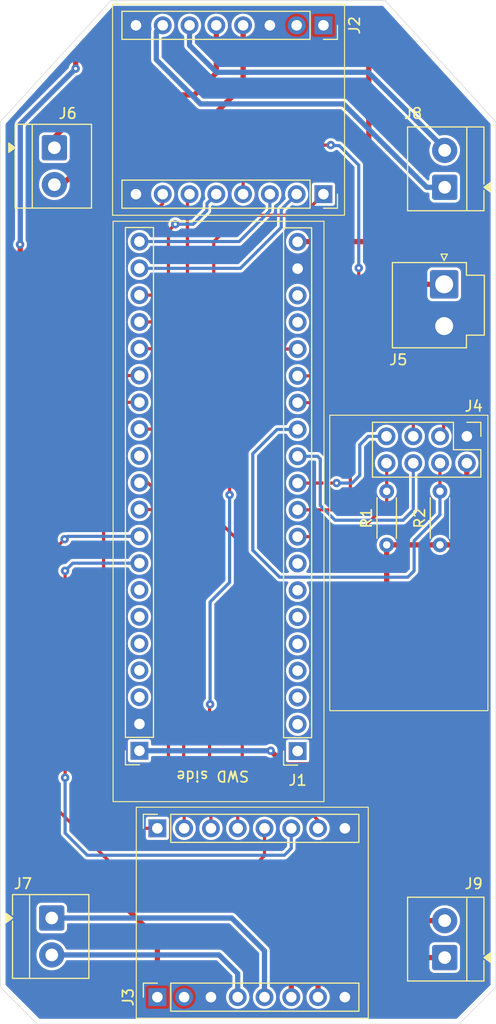
<source format=kicad_pcb>
(kicad_pcb (version 20241229) (generator "pcbnew") (generator_version "9.0")
  (layers (0 "F.Cu" signal) (2 "B.Cu" signal) (13 "F.Paste" user) (15 "B.Paste" user) (5 "F.SilkS" user "F.Silkscreen") (7 "B.SilkS" user "B.Silkscreen") (1 "F.Mask" user) (3 "B.Mask" user) (25 "Edge.Cuts" user))
  (net 0 "")
  (net 5 "/PWMA_1")
  (net 6 "GND")
  (net 7 "/BIN2_1")
  (net 8 "/STBY_1")
  (net 10 "/AIN1_2")
  (net 11 "/NRF_IRQ")
  (net 15 "/BIN1_2")
  (net 16 "+3.3V")
  (net 17 "/PWMB_2")
  (net 18 "/PWMB_1")
  (net 22 "/BIN2_2")
  (net 23 "/NRF_CE")
  (net 24 "/AIN1_1")
  (net 25 "VCC")
  (net 26 "/AIN2_2")
  (net 27 "/STBY_2")
  (net 28 "/NRF_MOSI")
  (net 29 "/PWMA_2")
  (net 30 "/SPI1_CSS")
  (net 31 "/AIN2_1")
  (net 33 "/NRF_SCK")
  (net 36 "/BIN1_1")
  (net 37 "/NRF_MISO")
  (net 38 "/BO1_1")
  (net 39 "/AO2_1")
  (net 40 "/AO1_1")
  (net 41 "/BO2_1")
  (net 42 "/BO2_2")
  (net 43 "/AO1_2")
  (net 44 "/BO1_2")
  (net 45 "/AO2_2")
  (footprint "TerminalBlock_4Ucon:TerminalBlock_4Ucon_1x02_P3.50mm_Horizontal" (layer "F.Cu") (at 106.7325 73.75 -90)
    (property "Reference" "J6" (at -3.25 -1.2675 0) (layer "F.SilkS") (effects (font (thickness 0.16))))
    (property "Value" "Screw_Terminal_01x02" (hide yes))
    (fp_line (start -2.22 3.72) (end -2.22 -3.52) (stroke (width 0.12)) (layer "F.SilkS"))
    (fp_line (start -0.3 3.72) (end -2.22 3.72) (stroke (width 0.12)) (layer "F.SilkS"))
    (fp_line (start 5.72 3.72) (end 0.3 3.72) (stroke (width 0.12)) (layer "F.SilkS"))
    (fp_line (start -2.22 2.1) (end 5.72 2.1) (stroke (width 0.12)) (layer "F.SilkS"))
    (fp_line (start -2.22 -3.52) (end 5.72 -3.52) (stroke (width 0.12)) (layer "F.SilkS"))
    (fp_line (start 5.72 -3.52) (end 5.72 3.72) (stroke (width 0.12)) (layer "F.SilkS"))
    (fp_poly (pts (xy 0 3.72) (xy 0.44 4.33) (xy -0.44 4.33)) (stroke (width 0.12)) (fill yes) (layer "F.SilkS"))
    (pad "1" thru_hole roundrect (at 0 0 270) (size 2.4 2.4) (drill 1.2) (layers "*.Cu" "*.Mask") (roundrect_rratio 0.104167) (net 39 "/AO2_1"))
    (pad "2" thru_hole circle (at 3.5 0 270) (size 2.4 2.4) (drill 1.2) (layers "*.Cu" "*.Mask") (net 40 "/AO1_1"))
  )
  (footprint "Custom_footprints:TB6612FNG" (layer "F.Cu") (at 125.5 154.25 90)
    (property "Reference" "J3" (at 0 -11.77 90) (layer "F.SilkS") (effects (font (thickness 0.16))))
    (property "Value" "Conn_02x08_Socket" (hide yes))
    (fp_line (start 17.33 -10.33) (end 17.33 -9) (stroke (width 0.12)) (layer "F.SilkS"))
    (fp_line (start 16 -10.33) (end 17.33 -10.33) (stroke (width 0.12)) (layer "F.SilkS"))
    (fp_line (start 1.33 -10.33) (end 1.33 -9) (stroke (width 0.12)) (layer "F.SilkS"))
    (fp_line (start 0 -10.33) (end 1.33 -10.33) (stroke (width 0.12)) (layer "F.SilkS"))
    (fp_line (start 17.33 -7.73) (end 17.33 10.11) (stroke (width 0.12)) (layer "F.SilkS"))
    (fp_line (start 14.67 -7.73) (end 17.33 -7.73) (stroke (width 0.12)) (layer "F.SilkS"))
    (fp_line (start 14.67 -7.73) (end 14.67 10.11) (stroke (width 0.12)) (layer "F.SilkS"))
    (fp_line (start 1.33 -7.73) (end 1.33 10.11) (stroke (width 0.12)) (layer "F.SilkS"))
    (fp_line (start -1.33 -7.73) (end 1.33 -7.73) (stroke (width 0.12)) (layer "F.SilkS"))
    (fp_line (start -1.33 -7.73) (end -1.33 10.11) (stroke (width 0.12)) (layer "F.SilkS"))
    (fp_line (start 14.67 10.11) (end 17.33 10.11) (stroke (width 0.12)) (layer "F.SilkS"))
    (fp_line (start -1.33 10.11) (end 1.33 10.11) (stroke (width 0.12)) (layer "F.SilkS"))
    (fp_rect (start -2 -11) (end 18 11) (stroke (width 0.1)) (fill no) (layer "F.SilkS"))
    (pad "1" thru_hole rect (at 0 -9 90) (size 1.7 1.7) (drill 1) (layers "*.Cu" "*.Mask") (net 25 "VCC"))
    (pad "2" thru_hole circle (at 0 -6.46 90) (size 1.7 1.7) (drill 1) (layers "*.Cu" "*.Mask") (net 25 "VCC"))
    (pad "3" thru_hole circle (at 0 -3.92 90) (size 1.7 1.7) (drill 1) (layers "*.Cu" "*.Mask") (net 6 "GND"))
    (pad "4" thru_hole circle (at 0 -1.38 90) (size 1.7 1.7) (drill 1) (layers "*.Cu" "*.Mask") (net 43 "/AO1_2"))
    (pad "5" thru_hole circle (at 0 1.16 90) (size 1.7 1.7) (drill 1) (layers "*.Cu" "*.Mask") (net 45 "/AO2_2"))
    (pad "6" thru_hole circle (at 0 3.7 90) (size 1.7 1.7) (drill 1) (layers "*.Cu" "*.Mask") (net 42 "/BO2_2"))
    (pad "7" thru_hole circle (at 0 6.24 90) (size 1.7 1.7) (drill 1) (layers "*.Cu" "*.Mask") (net 44 "/BO1_2"))
    (pad "8" thru_hole circle (at 0 8.78 90) (size 1.7 1.7) (drill 1) (layers "*.Cu" "*.Mask") (net 6 "GND"))
    (pad "9" thru_hole circle (at 16 8.78 90) (size 1.7 1.7) (drill 1) (layers "*.Cu" "*.Mask") (net 6 "GND"))
    (pad "10" thru_hole circle (at 16 6.24 90) (size 1.7 1.7) (drill 1) (layers "*.Cu" "*.Mask") (net 17 "/PWMB_2"))
    (pad "11" thru_hole circle (at 16 3.7 90) (size 1.7 1.7) (drill 1) (layers "*.Cu" "*.Mask") (net 22 "/BIN2_2"))
    (pad "12" thru_hole circle (at 16 1.16 90) (size 1.7 1.7) (drill 1) (layers "*.Cu" "*.Mask") (net 15 "/BIN1_2"))
    (pad "13" thru_hole circle (at 16 -1.38 90) (size 1.7 1.7) (drill 1) (layers "*.Cu" "*.Mask") (net 27 "/STBY_2"))
    (pad "14" thru_hole circle (at 16 -3.92 90) (size 1.7 1.7) (drill 1) (layers "*.Cu" "*.Mask") (net 10 "/AIN1_2"))
    (pad "15" thru_hole circle (at 16 -6.46 90) (size 1.7 1.7) (drill 1) (layers "*.Cu" "*.Mask") (net 26 "/AIN2_2"))
    (pad "16" thru_hole rect (at 16 -9 90) (size 1.7 1.7) (drill 1) (layers "*.Cu" "*.Mask") (net 29 "/PWMA_2"))
  )
  (footprint "Resistor_THT:R_Axial_DIN0204_L3.6mm_D1.6mm_P5.08mm_Horizontal" (layer "F.Cu") (at 138.25 111.39 90)
    (property "Reference" "R1" (at 2.54 -1.92 90) (layer "F.SilkS") (effects (font (thickness 0.16))))
    (property "Value" "R")
    (fp_line (start 0.62 -0.92) (end 4.46 -0.92) (stroke (width 0.12)) (layer "F.SilkS"))
    (fp_line (start 0.62 0.92) (end 4.46 0.92) (stroke (width 0.12)) (layer "F.SilkS"))
    (pad "1" thru_hole circle (at 0 0 90) (size 1.4 1.4) (drill 0.7) (layers "*.Cu" "*.Mask") (net 16 "+3.3V"))
    (pad "2" thru_hole circle (at 5.08 0 90) (size 1.4 1.4) (drill 0.7) (layers "*.Cu" "*.Mask") (net 11 "/NRF_IRQ"))
  )
  (footprint "Custom_footprints:TB6612FNG" (layer "F.Cu") (at 123.25 62.15 -90)
    (property "Reference" "J2" (at 0 -11.95 90) (layer "F.SilkS") (effects (font (thickness 0.16))))
    (property "Value" "Conn_02x08_Socket" (hide yes))
    (fp_line (start -1.33 10.11) (end 1.33 10.11) (stroke (width 0.12)) (layer "F.SilkS"))
    (fp_line (start 14.67 10.11) (end 17.33 10.11) (stroke (width 0.12)) (layer "F.SilkS"))
    (fp_line (start -1.33 -7.73) (end -1.33 10.11) (stroke (width 0.12)) (layer "F.SilkS"))
    (fp_line (start -1.33 -7.73) (end 1.33 -7.73) (stroke (width 0.12)) (layer "F.SilkS"))
    (fp_line (start 1.33 -7.73) (end 1.33 10.11) (stroke (width 0.12)) (layer "F.SilkS"))
    (fp_line (start 14.67 -7.73) (end 14.67 10.11) (stroke (width 0.12)) (layer "F.SilkS"))
    (fp_line (start 14.67 -7.73) (end 17.33 -7.73) (stroke (width 0.12)) (layer "F.SilkS"))
    (fp_line (start 17.33 -7.73) (end 17.33 10.11) (stroke (width 0.12)) (layer "F.SilkS"))
    (fp_line (start 0 -10.33) (end 1.33 -10.33) (stroke (width 0.12)) (layer "F.SilkS"))
    (fp_line (start 1.33 -10.33) (end 1.33 -9) (stroke (width 0.12)) (layer "F.SilkS"))
    (fp_line (start 16 -10.33) (end 17.33 -10.33) (stroke (width 0.12)) (layer "F.SilkS"))
    (fp_line (start 17.33 -10.33) (end 17.33 -9) (stroke (width 0.12)) (layer "F.SilkS"))
    (fp_rect (start -2 -11) (end 18 11) (stroke (width 0.1)) (fill no) (layer "F.SilkS"))
    (pad "1" thru_hole rect (at 0 -9 270) (size 1.7 1.7) (drill 1) (layers "*.Cu" "*.Mask") (net 25 "VCC"))
    (pad "2" thru_hole circle (at 0 -6.46 270) (size 1.7 1.7) (drill 1) (layers "*.Cu" "*.Mask") (net 25 "VCC"))
    (pad "3" thru_hole circle (at 0 -3.92 270) (size 1.7 1.7) (drill 1) (layers "*.Cu" "*.Mask") (net 6 "GND"))
    (pad "4" thru_hole circle (at 0 -1.38 270) (size 1.7 1.7) (drill 1) (layers "*.Cu" "*.Mask") (net 40 "/AO1_1"))
    (pad "5" thru_hole circle (at 0 1.16 270) (size 1.7 1.7) (drill 1) (layers "*.Cu" "*.Mask") (net 39 "/AO2_1"))
    (pad "6" thru_hole circle (at 0 3.7 270) (size 1.7 1.7) (drill 1) (layers "*.Cu" "*.Mask") (net 41 "/BO2_1"))
    (pad "7" thru_hole circle (at 0 6.24 270) (size 1.7 1.7) (drill 1) (layers "*.Cu" "*.Mask") (net 38 "/BO1_1"))
    (pad "8" thru_hole circle (at 0 8.78 270) (size 1.7 1.7) (drill 1) (layers "*.Cu" "*.Mask") (net 6 "GND"))
    (pad "9" thru_hole circle (at 16 8.78 270) (size 1.7 1.7) (drill 1) (layers "*.Cu" "*.Mask") (net 6 "GND"))
    (pad "10" thru_hole circle (at 16 6.24 270) (size 1.7 1.7) (drill 1) (layers "*.Cu" "*.Mask") (net 18 "/PWMB_1"))
    (pad "11" thru_hole circle (at 16 3.7 270) (size 1.7 1.7) (drill 1) (layers "*.Cu" "*.Mask") (net 7 "/BIN2_1"))
    (pad "12" thru_hole circle (at 16 1.16 270) (size 1.7 1.7) (drill 1) (layers "*.Cu" "*.Mask") (net 36 "/BIN1_1"))
    (pad "13" thru_hole circle (at 16 -1.38 270) (size 1.7 1.7) (drill 1) (layers "*.Cu" "*.Mask") (net 8 "/STBY_1"))
    (pad "14" thru_hole circle (at 16 -3.92 270) (size 1.7 1.7) (drill 1) (layers "*.Cu" "*.Mask") (net 24 "/AIN1_1"))
    (pad "15" thru_hole circle (at 16 -6.46 270) (size 1.7 1.7) (drill 1) (layers "*.Cu" "*.Mask") (net 31 "/AIN2_1"))
    (pad "16" thru_hole rect (at 16 -9 270) (size 1.7 1.7) (drill 1) (layers "*.Cu" "*.Mask") (net 5 "/PWMA_1"))
  )
  (footprint "Custom_footprints:Bluepill" (layer "F.Cu") (at 129.8 106.72 180)
    (property "Reference" "J1" (at 0 -26.98 0) (layer "F.SilkS") (effects (font (thickness 0.16))))
    (property "Value" "Conn_02x20_Socket" (hide yes))
    (fp_line (start 16.33 -22.91) (end 16.33 25.41) (stroke (width 0.12)) (layer "F.SilkS"))
    (fp_line (start 16.33 -25.51) (end 16.33 -24.18) (stroke (width 0.12)) (layer "F.SilkS"))
    (fp_line (start 15 -25.51) (end 16.33 -25.51) (stroke (width 0.12)) (layer "F.SilkS"))
    (fp_line (start 13.67 25.41) (end 16.33 25.41) (stroke (width 0.12)) (layer "F.SilkS"))
    (fp_line (start 13.67 -22.91) (end 16.33 -22.91) (stroke (width 0.12)) (layer "F.SilkS"))
    (fp_line (start 13.67 -22.91) (end 13.67 25.41) (stroke (width 0.12)) (layer "F.SilkS"))
    (fp_line (start 1.33 -22.94) (end 1.33 25.38) (stroke (width 0.12)) (layer "F.SilkS"))
    (fp_line (start 1.33 -25.54) (end 1.33 -24.21) (stroke (width 0.12)) (layer "F.SilkS"))
    (fp_line (start 0 -25.54) (end 1.33 -25.54) (stroke (width 0.12)) (layer "F.SilkS"))
    (fp_line (start -1.33 25.38) (end 1.33 25.38) (stroke (width 0.12)) (layer "F.SilkS"))
    (fp_line (start -1.33 -22.94) (end 1.33 -22.94) (stroke (width 0.12)) (layer "F.SilkS"))
    (fp_line (start -1.33 -22.94) (end -1.33 25.38) (stroke (width 0.12)) (layer "F.SilkS"))
    (fp_rect (start -2.5 -29) (end 17.5 26) (stroke (width 0.1)) (fill no) (layer "F.SilkS"))
    (fp_text user "SWD side" (at 4.5 -26 180) (layer "F.SilkS") (effects (font (thickness 0.16)) (justify left bottom)))
    (pad "1" thru_hole rect (at 0 -24.21 180) (size 1.7 1.7) (drill 1) (layers "*.Cu" "*.Mask"))
    (pad "2" thru_hole circle (at 0 -21.67 180) (size 1.7 1.7) (drill 1) (layers "*.Cu" "*.Mask"))
    (pad "3" thru_hole circle (at 0 -19.13 180) (size 1.7 1.7) (drill 1) (layers "*.Cu" "*.Mask"))
    (pad "4" thru_hole circle (at 0 -16.59 180) (size 1.7 1.7) (drill 1) (layers "*.Cu" "*.Mask"))
    (pad "5" thru_hole circle (at 0 -14.05 180) (size 1.7 1.7) (drill 1) (layers "*.Cu" "*.Mask"))
    (pad "6" thru_hole circle (at 0 -11.51 180) (size 1.7 1.7) (drill 1) (layers "*.Cu" "*.Mask"))
    (pad "7" thru_hole circle (at 0 -8.97 180) (size 1.7 1.7) (drill 1) (layers "*.Cu" "*.Mask"))
    (pad "8" thru_hole circle (at 0 -6.43 180) (size 1.7 1.7) (drill 1) (layers "*.Cu" "*.Mask"))
    (pad "9" thru_hole circle (at 0 -3.89 180) (size 1.7 1.7) (drill 1) (layers "*.Cu" "*.Mask") (net 11 "/NRF_IRQ"))
    (pad "10" thru_hole circle (at 0 -1.35 180) (size 1.7 1.7) (drill 1) (layers "*.Cu" "*.Mask") (net 33 "/NRF_SCK"))
    (pad "11" thru_hole circle (at 0 1.19 180) (size 1.7 1.7) (drill 1) (layers "*.Cu" "*.Mask") (net 37 "/NRF_MISO"))
    (pad "12" thru_hole circle (at 0 3.73 180) (size 1.7 1.7) (drill 1) (layers "*.Cu" "*.Mask") (net 28 "/NRF_MOSI"))
    (pad "13" thru_hole circle (at 0 6.27 180) (size 1.7 1.7) (drill 1) (layers "*.Cu" "*.Mask") (net 30 "/SPI1_CSS"))
    (pad "14" thru_hole circle (at 0 8.81 180) (size 1.7 1.7) (drill 1) (layers "*.Cu" "*.Mask") (net 23 "/NRF_CE"))
    (pad "15" thru_hole circle (at 0 11.35 180) (size 1.7 1.7) (drill 1) (layers "*.Cu" "*.Mask") (net 8 "/STBY_1"))
    (pad "16" thru_hole circle (at 0 13.89 180) (size 1.7 1.7) (drill 1) (layers "*.Cu" "*.Mask") (net 27 "/STBY_2"))
    (pad "17" thru_hole circle (at 0 16.43 180) (size 1.7 1.7) (drill 1) (layers "*.Cu" "*.Mask"))
    (pad "18" thru_hole circle (at 0 18.97 180) (size 1.7 1.7) (drill 1) (layers "*.Cu" "*.Mask"))
    (pad "19" thru_hole circle (at 0 21.51 180) (size 1.7 1.7) (drill 1) (layers "*.Cu" "*.Mask") (net 6 "GND"))
    (pad "20" thru_hole circle (at 0 24.05 180) (size 1.7 1.7) (drill 1) (layers "*.Cu" "*.Mask") (net 25 "VCC"))
    (pad "21" thru_hole circle (at 15 24.08 180) (size 1.7 1.7) (drill 1) (layers "*.Cu" "*.Mask") (net 24 "/AIN1_1"))
    (pad "22" thru_hole circle (at 15 21.54 180) (size 1.7 1.7) (drill 1) (layers "*.Cu" "*.Mask") (net 31 "/AIN2_1"))
    (pad "23" thru_hole circle (at 15 19 180) (size 1.7 1.7) (drill 1) (layers "*.Cu" "*.Mask") (net 36 "/BIN1_1"))
    (pad "24" thru_hole circle (at 15 16.46 180) (size 1.7 1.7) (drill 1) (layers "*.Cu" "*.Mask") (net 7 "/BIN2_1"))
    (pad "25" thru_hole circle (at 15 13.92 180) (size 1.7 1.7) (drill 1) (layers "*.Cu" "*.Mask") (net 5 "/PWMA_1"))
    (pad "26" thru_hole circle (at 15 11.38 180) (size 1.7 1.7) (drill 1) (layers "*.Cu" "*.Mask") (net 18 "/PWMB_1"))
    (pad "27" thru_hole circle (at 15 8.84 180) (size 1.7 1.7) (drill 1) (layers "*.Cu" "*.Mask") (net 29 "/PWMA_2"))
    (pad "28" thru_hole circle (at 15 6.3 180) (size 1.7 1.7) (drill 1) (layers "*.Cu" "*.Mask") (net 17 "/PWMB_2"))
    (pad "29" thru_hole circle (at 15 3.76 180) (size 1.7 1.7) (drill 1) (layers "*.Cu" "*.Mask"))
    (pad "30" thru_hole circle (at 15 1.22 180) (size 1.7 1.7) (drill 1) (layers "*.Cu" "*.Mask") (net 10 "/AIN1_2"))
    (pad "31" thru_hole circle (at 15 -1.32 180) (size 1.7 1.7) (drill 1) (layers "*.Cu" "*.Mask") (net 26 "/AIN2_2"))
    (pad "32" thru_hole circle (at 15 -3.86 180) (size 1.7 1.7) (drill 1) (layers "*.Cu" "*.Mask") (net 15 "/BIN1_2"))
    (pad "33" thru_hole circle (at 15 -6.4 180) (size 1.7 1.7) (drill 1) (layers "*.Cu" "*.Mask") (net 22 "/BIN2_2"))
    (pad "34" thru_hole circle (at 15 -8.94 180) (size 1.7 1.7) (drill 1) (layers "*.Cu" "*.Mask"))
    (pad "35" thru_hole circle (at 15 -11.48 180) (size 1.7 1.7) (drill 1) (layers "*.Cu" "*.Mask"))
    (pad "36" thru_hole circle (at 15 -14.02 180) (size 1.7 1.7) (drill 1) (layers "*.Cu" "*.Mask"))
    (pad "37" thru_hole circle (at 15 -16.56 180) (size 1.7 1.7) (drill 1) (layers "*.Cu" "*.Mask"))
    (pad "38" thru_hole circle (at 15 -19.1 180) (size 1.7 1.7) (drill 1) (layers "*.Cu" "*.Mask"))
    (pad "39" thru_hole circle (at 15 -21.64 180) (size 1.7 1.7) (drill 1) (layers "*.Cu" "*.Mask") (net 6 "GND"))
    (pad "40" thru_hole rect (at 15 -24.18 180) (size 1.7 1.7) (drill 1) (layers "*.Cu" "*.Mask") (net 16 "+3.3V"))
  )
  (footprint "Resistor_THT:R_Axial_DIN0204_L3.6mm_D1.6mm_P5.08mm_Horizontal" (layer "F.Cu") (at 143.3 111.39 90)
    (property "Reference" "R2" (at 2.54 -1.92 90) (layer "F.SilkS") (effects (font (thickness 0.16))))
    (property "Value" "R")
    (fp_line (start 0.62 -0.92) (end 4.46 -0.92) (stroke (width 0.12)) (layer "F.SilkS"))
    (fp_line (start 0.62 0.92) (end 4.46 0.92) (stroke (width 0.12)) (layer "F.SilkS"))
    (pad "1" thru_hole circle (at 0 0 90) (size 1.4 1.4) (drill 0.7) (layers "*.Cu" "*.Mask") (net 16 "+3.3V"))
    (pad "2" thru_hole circle (at 5.08 0 90) (size 1.4 1.4) (drill 0.7) (layers "*.Cu" "*.Mask") (net 30 "/SPI1_CSS"))
  )
  (footprint "Connector_JST:JST_VH_B2P-VH_1x02_P3.96mm_Vertical" (layer "F.Cu") (at 143.7 86.6925 -90)
    (property "Reference" "J5" (at 7.1575 4.35 0) (layer "F.SilkS") (effects (font (thickness 0.16))))
    (property "Value" "Conn_01x02_Pin" (hide yes))
    (fp_line (start -2.06 4.91) (end -2.06 -2.11) (stroke (width 0.12)) (layer "F.SilkS"))
    (fp_line (start 6.02 4.91) (end -2.06 4.91) (stroke (width 0.12)) (layer "F.SilkS"))
    (fp_line (start -2.86 0.3) (end -2.86 -0.3) (stroke (width 0.12)) (layer "F.SilkS"))
    (fp_line (start -2.26 0) (end -2.86 0.3) (stroke (width 0.12)) (layer "F.SilkS"))
    (fp_line (start -2.86 -0.3) (end -2.26 0) (stroke (width 0.12)) (layer "F.SilkS"))
    (fp_line (start -2.06 -2.11) (end -0.86 -2.11) (stroke (width 0.12)) (layer "F.SilkS"))
    (fp_line (start -0.86 -2.11) (end -0.86 -3.81) (stroke (width 0.12)) (layer "F.SilkS"))
    (fp_line (start 4.82 -2.11) (end 6.02 -2.11) (stroke (width 0.12)) (layer "F.SilkS"))
    (fp_line (start 6.02 -2.11) (end 6.02 4.91) (stroke (width 0.12)) (layer "F.SilkS"))
    (fp_line (start -0.86 -3.81) (end 4.82 -3.81) (stroke (width 0.12)) (layer "F.SilkS"))
    (fp_line (start 4.82 -3.81) (end 4.82 -2.11) (stroke (width 0.12)) (layer "F.SilkS"))
    (pad "1" thru_hole roundrect (at 0 0 270) (size 2.7 2.7) (drill 1.7) (layers "*.Cu" "*.Mask") (roundrect_rratio 0.092593) (net 25 "VCC"))
    (pad "2" thru_hole circle (at 3.96 0 270) (size 2.7 2.7) (drill 1.7) (layers "*.Cu" "*.Mask") (net 6 "GND"))
  )
  (footprint "TerminalBlock_4Ucon:TerminalBlock_4Ucon_1x02_P3.50mm_Horizontal" (layer "F.Cu") (at 143.75 150.5 90)
    (property "Reference" "J9" (at 7 2.75 0) (layer "F.SilkS") (effects (font (thickness 0.16))))
    (property "Value" "Screw_Terminal_01x02" (hide yes))
    (fp_line (start 5.72 -3.52) (end 5.72 3.72) (stroke (width 0.12)) (layer "F.SilkS"))
    (fp_line (start -2.22 -3.52) (end 5.72 -3.52) (stroke (width 0.12)) (layer "F.SilkS"))
    (fp_line (start -2.22 2.1) (end 5.72 2.1) (stroke (width 0.12)) (layer "F.SilkS"))
    (fp_line (start 5.72 3.72) (end 0.3 3.72) (stroke (width 0.12)) (layer "F.SilkS"))
    (fp_line (start -0.3 3.72) (end -2.22 3.72) (stroke (width 0.12)) (layer "F.SilkS"))
    (fp_line (start -2.22 3.72) (end -2.22 -3.52) (stroke (width 0.12)) (layer "F.SilkS"))
    (fp_poly (pts (xy 0 3.72) (xy 0.44 4.33) (xy -0.44 4.33)) (stroke (width 0.12)) (fill yes) (layer "F.SilkS"))
    (pad "1" thru_hole roundrect (at 0 0 90) (size 2.4 2.4) (drill 1.2) (layers "*.Cu" "*.Mask") (roundrect_rratio 0.104167) (net 44 "/BO1_2"))
    (pad "2" thru_hole circle (at 3.5 0 90) (size 2.4 2.4) (drill 1.2) (layers "*.Cu" "*.Mask") (net 42 "/BO2_2"))
  )
  (footprint "TerminalBlock_4Ucon:TerminalBlock_4Ucon_1x02_P3.50mm_Horizontal" (layer "F.Cu") (at 106.4825 146.75 -90)
    (property "Reference" "J7" (at -3.25 2.7325 0) (layer "F.SilkS") (effects (font (thickness 0.16))))
    (property "Value" "Screw_Terminal_01x02" (hide yes))
    (fp_line (start -2.22 3.72) (end -2.22 -3.52) (stroke (width 0.12)) (layer "F.SilkS"))
    (fp_line (start -0.3 3.72) (end -2.22 3.72) (stroke (width 0.12)) (layer "F.SilkS"))
    (fp_line (start 5.72 3.72) (end 0.3 3.72) (stroke (width 0.12)) (layer "F.SilkS"))
    (fp_line (start -2.22 2.1) (end 5.72 2.1) (stroke (width 0.12)) (layer "F.SilkS"))
    (fp_line (start -2.22 -3.52) (end 5.72 -3.52) (stroke (width 0.12)) (layer "F.SilkS"))
    (fp_line (start 5.72 -3.52) (end 5.72 3.72) (stroke (width 0.12)) (layer "F.SilkS"))
    (fp_poly (pts (xy 0 3.72) (xy 0.44 4.33) (xy -0.44 4.33)) (stroke (width 0.12)) (fill yes) (layer "F.SilkS"))
    (pad "1" thru_hole roundrect (at 0 0 270) (size 2.4 2.4) (drill 1.2) (layers "*.Cu" "*.Mask") (roundrect_rratio 0.104167) (net 45 "/AO2_2"))
    (pad "2" thru_hole circle (at 3.5 0 270) (size 2.4 2.4) (drill 1.2) (layers "*.Cu" "*.Mask") (net 43 "/AO1_2"))
  )
  (footprint "TerminalBlock_4Ucon:TerminalBlock_4Ucon_1x02_P3.50mm_Horizontal" (layer "F.Cu") (at 143.75 77.5 90)
    (property "Reference" "J8" (at 7 -3 0) (layer "F.SilkS") (effects (font (thickness 0.16))))
    (property "Value" "Screw_Terminal_01x02" (hide yes))
    (fp_line (start 5.72 -3.52) (end 5.72 3.72) (stroke (width 0.12)) (layer "F.SilkS"))
    (fp_line (start -2.22 -3.52) (end 5.72 -3.52) (stroke (width 0.12)) (layer "F.SilkS"))
    (fp_line (start -2.22 2.1) (end 5.72 2.1) (stroke (width 0.12)) (layer "F.SilkS"))
    (fp_line (start 5.72 3.72) (end 0.3 3.72) (stroke (width 0.12)) (layer "F.SilkS"))
    (fp_line (start -0.3 3.72) (end -2.22 3.72) (stroke (width 0.12)) (layer "F.SilkS"))
    (fp_line (start -2.22 3.72) (end -2.22 -3.52) (stroke (width 0.12)) (layer "F.SilkS"))
    (fp_poly (pts (xy 0 3.72) (xy 0.44 4.33) (xy -0.44 4.33)) (stroke (width 0.12)) (fill yes) (layer "F.SilkS"))
    (pad "1" thru_hole roundrect (at 0 0 90) (size 2.4 2.4) (drill 1.2) (layers "*.Cu" "*.Mask") (roundrect_rratio 0.104167) (net 38 "/BO1_1"))
    (pad "2" thru_hole circle (at 3.5 0 90) (size 2.4 2.4) (drill 1.2) (layers "*.Cu" "*.Mask") (net 41 "/BO2_1"))
  )
  (footprint "Custom_footprints:NRF24L01" (layer "F.Cu") (at 145.85 104.1 -90)
    (property "Reference" "J4" (at -5.85 -0.65 180) (layer "F.SilkS") (effects (font (thickness 0.16))))
    (property "Value" "Conn_01x04_Socket" (hide yes))
    (fp_line (start 0.87 8.95) (end -4.33 8.95) (stroke (width 0.12)) (layer "F.SilkS"))
    (fp_line (start -4.33 1.27) (end -4.33 8.95) (stroke (width 0.12)) (layer "F.SilkS"))
    (fp_line (start -1.73 1.27) (end -4.33 1.27) (stroke (width 0.12)) (layer "F.SilkS"))
    (fp_line (start -4.33 -1.33) (end -4.33 0) (stroke (width 0.12)) (layer "F.SilkS"))
    (fp_line (start -3 -1.33) (end -4.33 -1.33) (stroke (width 0.12)) (layer "F.SilkS"))
    (fp_line (start -1.73 -1.33) (end -1.73 1.27) (stroke (width 0.12)) (layer "F.SilkS"))
    (fp_line (start 0.87 -1.33) (end 0.87 8.95) (stroke (width 0.12)) (layer "F.SilkS"))
    (fp_line (start 0.87 -1.33) (end -1.73 -1.33) (stroke (width 0.12)) (layer "F.SilkS"))
    (fp_rect (start -5 -2) (end 23 13) (stroke (width 0.1)) (fill no) (layer "F.SilkS"))
    (pad "1" thru_hole rect (at -3 0 270) (size 1.7 1.7) (drill 1) (layers "*.Cu" "*.Mask") (net 6 "GND"))
    (pad "2" thru_hole circle (at -3 2.54 270) (size 1.7 1.7) (drill 1) (layers "*.Cu" "*.Mask") (net 23 "/NRF_CE"))
    (pad "3" thru_hole circle (at -3 5.08 270) (size 1.7 1.7) (drill 1) (layers "*.Cu" "*.Mask") (net 33 "/NRF_SCK"))
    (pad "4" thru_hole circle (at -3 7.62 270) (size 1.7 1.7) (drill 1) (layers "*.Cu" "*.Mask") (net 37 "/NRF_MISO"))
    (pad "5" thru_hole circle (at -0.46 7.62 270) (size 1.7 1.7) (drill 1) (layers "*.Cu" "*.Mask") (net 11 "/NRF_IRQ"))
    (pad "6" thru_hole circle (at -0.46 5.08 270) (size 1.7 1.7) (drill 1) (layers "*.Cu" "*.Mask") (net 28 "/NRF_MOSI"))
    (pad "7" thru_hole circle (at -0.46 2.54 270) (size 1.7 1.7) (drill 1) (layers "*.Cu" "*.Mask") (net 30 "/SPI1_CSS"))
    (pad "8" thru_hole circle (at -0.46 0 270) (size 1.7 1.7) (drill 1) (layers "*.Cu" "*.Mask") (net 16 "+3.3V"))
  )
  (gr_line (start 138.1 59.8) (end 148.6 71.3) (stroke (width 0.05)) (layer "Edge.Cuts"))
  (gr_line (start 105.1 156.8) (end 101.6 153.3) (stroke (width 0.05)) (layer "Edge.Cuts"))
  (gr_line (start 101.6 153.3) (end 101.6 71.3) (stroke (width 0.05)) (layer "Edge.Cuts"))
  (gr_line (start 148.6 153.3) (end 145.1 156.8) (stroke (width 0.05)) (layer "Edge.Cuts"))
  (gr_line (start 112.1 59.8) (end 138.1 59.8) (stroke (width 0.05)) (layer "Edge.Cuts"))
  (gr_line (start 101.6 71.3) (end 112.1 59.8) (stroke (width 0.05)) (layer "Edge.Cuts"))
  (gr_line (start 145.1 156.8) (end 105.1 156.8) (stroke (width 0.05)) (layer "Edge.Cuts"))
  (gr_line (start 148.6 71.3) (end 148.6 153.3) (stroke (width 0.05)) (layer "Edge.Cuts"))
  (segment (start 114.8 92.8) (end 119.3 92.8) (width 0.3) (layer "F.Cu") (net 5))
  (segment (start 121.85 82.65) (end 124.35 80.15) (width 0.3) (layer "F.Cu") (net 5))
  (segment (start 130.25 80.15) (end 132.25 78.15) (width 0.3) (layer "F.Cu") (net 5))
  (segment (start 119.3 92.8) (end 121.85 90.25) (width 0.3) (layer "F.Cu") (net 5))
  (segment (start 121.85 90.25) (end 121.85 82.65) (width 0.3) (layer "F.Cu") (net 5))
  (segment (start 124.35 80.15) (end 130.25 80.15) (width 0.3) (layer "F.Cu") (net 5))
  (segment (start 114.8 90.26) (end 117.89 90.26) (width 0.3) (layer "F.Cu") (net 7))
  (segment (start 119.35 88.8) (end 119.35 78.35) (width 0.3) (layer "F.Cu") (net 7))
  (segment (start 117.89 90.26) (end 119.35 88.8) (width 0.3) (layer "F.Cu") (net 7))
  (segment (start 119.35 78.35) (end 119.55 78.15) (width 0.3) (layer "F.Cu") (net 7))
  (segment (start 135.6 91) (end 131.23 95.37) (width 0.3) (layer "F.Cu") (net 8))
  (segment (start 131.23 95.37) (end 129.8 95.37) (width 0.3) (layer "F.Cu") (net 8))
  (segment (start 126.25 73.5) (end 124.63 75.12) (width 0.3) (layer "F.Cu") (net 8))
  (segment (start 124.63 75.12) (end 124.63 78.15) (width 0.3) (layer "F.Cu") (net 8))
  (segment (start 132.95 73.5) (end 126.25 73.5) (width 0.3) (layer "F.Cu") (net 8))
  (segment (start 135.6 85.15) (end 135.6 91) (width 0.3) (layer "F.Cu") (net 8))
  (via (at 132.95 73.5) (size 0.8) (drill 0.3) (layers "F.Cu" "B.Cu") (net 8))
  (via (at 135.6 85.15) (size 0.8) (drill 0.3) (layers "F.Cu" "B.Cu") (net 8))
  (segment (start 135.6 75.4) (end 135.6 85.15) (width 0.3) (layer "B.Cu") (net 8))
  (segment (start 132.95 73.5) (end 133 73.55) (width 0.3) (layer "B.Cu") (net 8))
  (segment (start 133.75 73.55) (end 135.6 75.4) (width 0.3) (layer "B.Cu") (net 8))
  (segment (start 133 73.55) (end 133.75 73.55) (width 0.3) (layer "B.Cu") (net 8))
  (segment (start 115.6 105.5) (end 119 108.9) (width 0.3) (layer "F.Cu") (net 10))
  (segment (start 119 133.5) (end 121.58 136.08) (width 0.3) (layer "F.Cu") (net 10))
  (segment (start 119 108.9) (end 119 133.5) (width 0.3) (layer "F.Cu") (net 10))
  (segment (start 114.8 105.5) (end 115.6 105.5) (width 0.3) (layer "F.Cu") (net 10))
  (segment (start 121.58 136.08) (end 121.58 138.25) (width 0.3) (layer "F.Cu") (net 10))
  (segment (start 135.19 110.61) (end 138.25 107.55) (width 0.3) (layer "F.Cu") (net 11))
  (segment (start 138.25 106.31) (end 138.25 103.66) (width 0.3) (layer "F.Cu") (net 11))
  (segment (start 138.25 107.55) (end 138.25 106.31) (width 0.3) (layer "F.Cu") (net 11))
  (segment (start 138.25 103.66) (end 138.23 103.64) (width 0.3) (layer "F.Cu") (net 11))
  (segment (start 129.8 110.61) (end 135.19 110.61) (width 0.3) (layer "F.Cu") (net 11))
  (segment (start 106.1 135.55) (end 111.95 141.4) (width 0.3) (layer "F.Cu") (net 15))
  (segment (start 106.1 112.45) (end 106.1 135.55) (width 0.3) (layer "F.Cu") (net 15))
  (segment (start 111.95 141.4) (end 126.1 141.4) (width 0.3) (layer "F.Cu") (net 15))
  (segment (start 107.7 110.85) (end 106.1 112.45) (width 0.3) (layer "F.Cu") (net 15))
  (segment (start 126.1 141.4) (end 126.66 140.84) (width 0.3) (layer "F.Cu") (net 15))
  (segment (start 126.66 140.84) (end 126.66 138.25) (width 0.3) (layer "F.Cu") (net 15))
  (via (at 107.7 110.85) (size 0.8) (drill 0.3) (layers "F.Cu" "B.Cu") (net 15))
  (segment (start 107.7 110.85) (end 107.97 110.58) (width 0.3) (layer "B.Cu") (net 15))
  (segment (start 107.97 110.58) (end 114.8 110.58) (width 0.3) (layer "B.Cu") (net 15))
  (segment (start 128.581 132.231) (end 131.101 132.231) (width 0.5) (layer "F.Cu") (net 16))
  (segment (start 143.3 111.39) (end 145.26 111.39) (width 0.5) (layer "F.Cu") (net 16))
  (segment (start 138.25 125.082) (end 138.25 111.39) (width 0.5) (layer "F.Cu") (net 16))
  (segment (start 131.101 132.231) (end 138.25 125.082) (width 0.5) (layer "F.Cu") (net 16))
  (segment (start 127.25 130.9) (end 128.581 132.231) (width 0.5) (layer "F.Cu") (net 16))
  (segment (start 145.26 111.39) (end 145.85 110.8) (width 0.5) (layer "F.Cu") (net 16))
  (segment (start 138.25 111.39) (end 143.3 111.39) (width 0.5) (layer "F.Cu") (net 16))
  (segment (start 145.85 110.8) (end 145.85 103.64) (width 0.5) (layer "F.Cu") (net 16))
  (via (at 127.25 130.9) (size 0.8) (drill 0.3) (layers "F.Cu" "B.Cu") (net 16))
  (segment (start 114.8 130.9) (end 127.25 130.9) (width 0.5) (layer "B.Cu") (net 16))
  (segment (start 120.65 107.45) (end 120.65 101.05) (width 0.3) (layer "F.Cu") (net 17))
  (segment (start 124.55 132.35) (end 124.55 111.35) (width 0.3) (layer "F.Cu") (net 17))
  (segment (start 127.2 135) (end 124.55 132.35) (width 0.3) (layer "F.Cu") (net 17))
  (segment (start 120.02 100.42) (end 114.8 100.42) (width 0.3) (layer "F.Cu") (net 17))
  (segment (start 129.25 135) (end 127.2 135) (width 0.3) (layer "F.Cu") (net 17))
  (segment (start 131.74 137.49) (end 129.25 135) (width 0.3) (layer "F.Cu") (net 17))
  (segment (start 131.74 138.25) (end 131.74 137.49) (width 0.3) (layer "F.Cu") (net 17))
  (segment (start 124.55 111.35) (end 120.65 107.45) (width 0.3) (layer "F.Cu") (net 17))
  (segment (start 120.65 101.05) (end 120.02 100.42) (width 0.3) (layer "F.Cu") (net 17))
  (segment (start 116 80.05) (end 117.01 79.04) (width 0.3) (layer "F.Cu") (net 18))
  (segment (start 111.4 94.95) (end 111.4 81.5) (width 0.3) (layer "F.Cu") (net 18))
  (segment (start 111.4 81.5) (end 112.85 80.05) (width 0.3) (layer "F.Cu") (net 18))
  (segment (start 117.01 79.04) (end 117.01 78.15) (width 0.3) (layer "F.Cu") (net 18))
  (segment (start 112.85 80.05) (end 116 80.05) (width 0.3) (layer "F.Cu") (net 18))
  (segment (start 114.8 95.34) (end 111.79 95.34) (width 0.3) (layer "F.Cu") (net 18))
  (segment (start 111.79 95.34) (end 111.4 94.95) (width 0.3) (layer "F.Cu") (net 18))
  (segment (start 107.75 113.85) (end 107.75 133.45) (width 0.3) (layer "F.Cu") (net 22))
  (via (at 107.75 133.45) (size 0.8) (drill 0.3) (layers "F.Cu" "B.Cu") (net 22))
  (via (at 107.75 113.85) (size 0.8) (drill 0.3) (layers "F.Cu" "B.Cu") (net 22))
  (segment (start 107.75 133.45) (end 107.75 138.7) (width 0.3) (layer "B.Cu") (net 22))
  (segment (start 114.8 113.12) (end 108.48 113.12) (width 0.3) (layer "B.Cu") (net 22))
  (segment (start 128.55 140.8) (end 129.2 140.15) (width 0.3) (layer "B.Cu") (net 22))
  (segment (start 108.48 113.12) (end 107.75 113.85) (width 0.3) (layer "B.Cu") (net 22))
  (segment (start 129.2 140.15) (end 129.2 138.25) (width 0.3) (layer "B.Cu") (net 22))
  (segment (start 109.85 140.8) (end 128.55 140.8) (width 0.3) (layer "B.Cu") (net 22))
  (segment (start 107.75 138.7) (end 109.85 140.8) (width 0.3) (layer "B.Cu") (net 22))
  (segment (start 143.65 96.65) (end 143.65 100.76) (width 0.3) (layer "F.Cu") (net 23))
  (segment (start 134 95.7) (end 142.7 95.7) (width 0.3) (layer "F.Cu") (net 23))
  (segment (start 143.65 100.76) (end 143.31 101.1) (width 0.3) (layer "F.Cu") (net 23))
  (segment (start 129.8 97.91) (end 131.79 97.91) (width 0.3) (layer "F.Cu") (net 23))
  (segment (start 142.7 95.7) (end 143.65 96.65) (width 0.3) (layer "F.Cu") (net 23))
  (segment (start 131.79 97.91) (end 134 95.7) (width 0.3) (layer "F.Cu") (net 23))
  (segment (start 124.26 82.64) (end 127.15 79.75) (width 0.3) (layer "B.Cu") (net 24))
  (segment (start 127.15 79.75) (end 127.15 79.7) (width 0.3) (layer "B.Cu") (net 24))
  (segment (start 114.8 82.64) (end 124.26 82.64) (width 0.3) (layer "B.Cu") (net 24))
  (segment (start 127.17 79.68) (end 127.17 78.15) (width 0.3) (layer "B.Cu") (net 24))
  (segment (start 127.15 79.7) (end 127.17 79.68) (width 0.3) (layer "B.Cu") (net 24))
  (segment (start 136.55 64.35) (end 134.35 62.15) (width 0.5) (layer "F.Cu") (net 25))
  (segment (start 128.801 60.551) (end 113.5 60.551) (width 0.5) (layer "F.Cu") (net 25))
  (segment (start 116.5 148.75) (end 116.5 154.25) (width 0.5) (layer "F.Cu") (net 25))
  (segment (start 111.55 143.8) (end 116.5 148.75) (width 0.5) (layer "F.Cu") (net 25))
  (segment (start 134.35 62.15) (end 132.25 62.15) (width 0.5) (layer "F.Cu") (net 25))
  (segment (start 103.5 138.5) (end 108.8 143.8) (width 0.5) (layer "F.Cu") (net 25))
  (segment (start 113.5 60.551) (end 108.75 65.301) (width 0.5) (layer "F.Cu") (net 25))
  (segment (start 108.75 65.301) (end 108.75 66.25) (width 0.5) (layer "F.Cu") (net 25))
  (segment (start 129.75 62.11) (end 129.75 61.5) (width 0.5) (layer "F.Cu") (net 25))
  (segment (start 136.55 82.65) (end 136.55 64.35) (width 0.5) (layer "F.Cu") (net 25))
  (segment (start 140.5925 86.6925) (end 136.55 82.65) (width 0.5) (layer "F.Cu") (net 25))
  (segment (start 136.55 82.65) (end 129.82 82.65) (width 0.5) (layer "F.Cu") (net 25))
  (segment (start 143.7 86.6925) (end 140.5925 86.6925) (width 0.5) (layer "F.Cu") (net 25))
  (segment (start 129.75 61.5) (end 128.801 60.551) (width 0.5) (layer "F.Cu") (net 25))
  (segment (start 129.71 62.15) (end 129.75 62.11) (width 0.5) (layer "F.Cu") (net 25))
  (segment (start 103.5 82.95) (end 103.5 138.5) (width 0.5) (layer "F.Cu") (net 25))
  (segment (start 108.8 143.8) (end 111.55 143.8) (width 0.5) (layer "F.Cu") (net 25))
  (segment (start 103.475 82.925) (end 103.5 82.95) (width 0.5) (layer "F.Cu") (net 25))
  (segment (start 129.82 82.65) (end 129.8 82.67) (width 0.5) (layer "F.Cu") (net 25))
  (via (at 108.75 66.25) (size 0.8) (drill 0.3) (layers "F.Cu" "B.Cu") (net 25))
  (via (at 103.475 82.925) (size 0.8) (drill 0.3) (layers "F.Cu" "B.Cu") (net 25))
  (segment (start 103.475 82.925) (end 103.5 82.9) (width 0.5) (layer "B.Cu") (net 25))
  (segment (start 103.5 82.9) (end 103.5 71.5) (width 0.5) (layer "B.Cu") (net 25))
  (segment (start 103.5 71.5) (end 108.75 66.25) (width 0.5) (layer "B.Cu") (net 25))
  (segment (start 114.8 108.04) (end 116.29 108.04) (width 0.3) (layer "F.Cu") (net 26))
  (segment (start 117.55 109.3) (end 117.55 133.5) (width 0.3) (layer "F.Cu") (net 26))
  (segment (start 116.29 108.04) (end 117.55 109.3) (width 0.3) (layer "F.Cu") (net 26))
  (segment (start 119.04 134.99) (end 119.04 138.25) (width 0.3) (layer "F.Cu") (net 26))
  (segment (start 117.55 133.5) (end 119.04 134.99) (width 0.3) (layer "F.Cu") (net 26))
  (segment (start 121.45 133.7) (end 124.12 136.37) (width 0.3) (layer "F.Cu") (net 27))
  (segment (start 125.57 92.83) (end 129.8 92.83) (width 0.3) (layer "F.Cu") (net 27))
  (segment (start 123.35 106.65) (end 123.35 95.05) (width 0.3) (layer "F.Cu") (net 27))
  (segment (start 121.45 126.55) (end 121.45 133.7) (width 0.3) (layer "F.Cu") (net 27))
  (segment (start 123.35 95.05) (end 125.57 92.83) (width 0.3) (layer "F.Cu") (net 27))
  (segment (start 121.5 126.5) (end 121.45 126.55) (width 0.3) (layer "F.Cu") (net 27))
  (segment (start 124.12 136.37) (end 124.12 138.25) (width 0.3) (layer "F.Cu") (net 27))
  (via (at 121.5 126.5) (size 0.8) (drill 0.3) (layers "F.Cu" "B.Cu") (net 27))
  (via (at 123.35 106.65) (size 0.8) (drill 0.3) (layers "F.Cu" "B.Cu") (net 27))
  (segment (start 123.35 106.65) (end 123.35 114.95) (width 0.3) (layer "B.Cu") (net 27))
  (segment (start 121.5 116.8) (end 121.5 126.5) (width 0.3) (layer "B.Cu") (net 27))
  (segment (start 123.35 114.95) (end 121.5 116.8) (width 0.3) (layer "B.Cu") (net 27))
  (segment (start 129.8 102.99) (end 131.69 102.99) (width 0.3) (layer "B.Cu") (net 28))
  (segment (start 131.95 103.25) (end 131.95 107.65) (width 0.3) (layer "B.Cu") (net 28))
  (segment (start 133.35 109.05) (end 139.8 109.05) (width 0.3) (layer "B.Cu") (net 28))
  (segment (start 131.95 107.65) (end 133.35 109.05) (width 0.3) (layer "B.Cu") (net 28))
  (segment (start 139.8 109.05) (end 140.77 108.08) (width 0.3) (layer "B.Cu") (net 28))
  (segment (start 140.77 108.08) (end 140.77 103.64) (width 0.3) (layer "B.Cu") (net 28))
  (segment (start 131.69 102.99) (end 131.95 103.25) (width 0.3) (layer "B.Cu") (net 28))
  (segment (start 114.8 97.88) (end 112.12 97.88) (width 0.3) (layer "F.Cu") (net 29))
  (segment (start 112.12 97.88) (end 111.4 98.6) (width 0.3) (layer "F.Cu") (net 29))
  (segment (start 114.45 138.25) (end 116.5 138.25) (width 0.3) (layer "F.Cu") (net 29))
  (segment (start 111.4 98.6) (end 111.4 135.2) (width 0.3) (layer "F.Cu") (net 29))
  (segment (start 111.4 135.2) (end 114.45 138.25) (width 0.3) (layer "F.Cu") (net 29))
  (segment (start 143.3 106.31) (end 143.3 103.65) (width 0.3) (layer "F.Cu") (net 30))
  (segment (start 143.3 103.65) (end 143.31 103.64) (width 0.3) (layer "F.Cu") (net 30))
  (segment (start 140.25 114.45) (end 140.85 113.85) (width 0.3) (layer "B.Cu") (net 30))
  (segment (start 125.55 111.9) (end 128.1 114.45) (width 0.3) (layer "B.Cu") (net 30))
  (segment (start 128.1 114.45) (end 140.25 114.45) (width 0.3) (layer "B.Cu") (net 30))
  (segment (start 129.8 100.45) (end 127.85 100.45) (width 0.3) (layer "B.Cu") (net 30))
  (segment (start 127.85 100.45) (end 125.55 102.75) (width 0.3) (layer "B.Cu") (net 30))
  (segment (start 143.3 108.55) (end 143.3 106.31) (width 0.3) (layer "B.Cu") (net 30))
  (segment (start 140.85 111) (end 143.3 108.55) (width 0.3) (layer "B.Cu") (net 30))
  (segment (start 140.85 113.85) (end 140.85 111) (width 0.3) (layer "B.Cu") (net 30))
  (segment (start 125.55 102.75) (end 125.55 111.9) (width 0.3) (layer "B.Cu") (net 30))
  (segment (start 129.8 100.45) (end 130.35 100.45) (width 0.3) (layer "B.Cu") (net 30))
  (segment (start 114.8 85.18) (end 124.37 85.18) (width 0.3) (layer "B.Cu") (net 31))
  (segment (start 128.25 81.3) (end 128.25 79.61) (width 0.3) (layer "B.Cu") (net 31))
  (segment (start 124.37 85.18) (end 128.25 81.3) (width 0.3) (layer "B.Cu") (net 31))
  (segment (start 128.25 79.61) (end 129.71 78.15) (width 0.3) (layer "B.Cu") (net 31))
  (segment (start 129.8 108.07) (end 133.23 108.07) (width 0.3) (layer "F.Cu") (net 33))
  (segment (start 134.8 106.5) (end 134.8 98.9) (width 0.3) (layer "F.Cu") (net 33))
  (segment (start 133.23 108.07) (end 134.8 106.5) (width 0.3) (layer "F.Cu") (net 33))
  (segment (start 139.95 97.6) (end 140.77 98.42) (width 0.3) (layer "F.Cu") (net 33))
  (segment (start 136.1 97.6) (end 139.95 97.6) (width 0.3) (layer "F.Cu") (net 33))
  (segment (start 140.77 98.42) (end 140.77 101.1) (width 0.3) (layer "F.Cu") (net 33))
  (segment (start 134.8 98.9) (end 136.1 97.6) (width 0.3) (layer "F.Cu") (net 33))
  (segment (start 117.55 87) (end 116.83 87.72) (width 0.3) (layer "F.Cu") (net 36))
  (segment (start 118.2 81) (end 117.55 81.65) (width 0.3) (layer "F.Cu") (net 36))
  (segment (start 117.55 81.65) (end 117.55 87) (width 0.3) (layer "F.Cu") (net 36))
  (segment (start 116.83 87.72) (end 114.8 87.72) (width 0.3) (layer "F.Cu") (net 36))
  (via (at 118.2 81) (size 0.8) (drill 0.3) (layers "F.Cu" "B.Cu") (net 36))
  (segment (start 121.2 79.04) (end 122.09 78.15) (width 0.3) (layer "B.Cu") (net 36))
  (segment (start 121.2 79.7) (end 121.2 79.04) (width 0.3) (layer "B.Cu") (net 36))
  (segment (start 118.2 81) (end 119.9 81) (width 0.3) (layer "B.Cu") (net 36))
  (segment (start 119.9 81) (end 121.2 79.7) (width 0.3) (layer "B.Cu") (net 36))
  (segment (start 133.5 105.53) (end 129.8 105.53) (width 0.3) (layer "F.Cu") (net 37))
  (via (at 133.5 105.53) (size 0.8) (drill 0.3) (layers "F.Cu" "B.Cu") (net 37))
  (segment (start 135.7 101.9) (end 136.5 101.1) (width 0.3) (layer "B.Cu") (net 37))
  (segment (start 136.5 101.1) (end 138.23 101.1) (width 0.3) (layer "B.Cu") (net 37))
  (segment (start 134.97 105.53) (end 135.7 104.8) (width 0.3) (layer "B.Cu") (net 37))
  (segment (start 135.7 104.8) (end 135.7 101.9) (width 0.3) (layer "B.Cu") (net 37))
  (segment (start 133.5 105.53) (end 134.97 105.53) (width 0.3) (layer "B.Cu") (net 37))
  (segment (start 116.4 65.4) (end 120.6 69.6) (width 0.5) (layer "B.Cu") (net 38))
  (segment (start 116.4 62.76) (end 116.4 65.4) (width 0.5) (layer "B.Cu") (net 38))
  (segment (start 142.05 77.5) (end 143.75 77.5) (width 0.5) (layer "B.Cu") (net 38))
  (segment (start 134.15 69.6) (end 142.05 77.5) (width 0.5) (layer "B.Cu") (net 38))
  (segment (start 120.6 69.6) (end 134.15 69.6) (width 0.5) (layer "B.Cu") (net 38))
  (segment (start 117.01 62.15) (end 116.4 62.76) (width 0.5) (layer "B.Cu") (net 38))
  (segment (start 110.75 68.75) (end 106.7325 72.7675) (width 0.5) (layer "F.Cu") (net 39))
  (segment (start 106.7325 72.7675) (end 106.7325 73.75) (width 0.5) (layer "F.Cu") (net 39))
  (segment (start 120 68.75) (end 110.75 68.75) (width 0.5) (layer "F.Cu") (net 39))
  (segment (start 122.09 62.15) (end 122.09 66.66) (width 0.5) (layer "F.Cu") (net 39))
  (segment (start 122.09 66.66) (end 120 68.75) (width 0.5) (layer "F.Cu") (net 39))
  (segment (start 121 71.5) (end 113.25 71.5) (width 0.5) (layer "F.Cu") (net 40))
  (segment (start 107.5 77.25) (end 106.7325 77.25) (width 0.5) (layer "F.Cu") (net 40))
  (segment (start 124.63 67.87) (end 121 71.5) (width 0.5) (layer "F.Cu") (net 40))
  (segment (start 124.63 62.15) (end 124.63 67.87) (width 0.5) (layer "F.Cu") (net 40))
  (segment (start 113.25 71.5) (end 107.5 77.25) (width 0.5) (layer "F.Cu") (net 40))
  (segment (start 136.5 66.6) (end 143.75 73.85) (width 0.5) (layer "B.Cu") (net 41))
  (segment (start 119.55 64.05) (end 122.1 66.6) (width 0.5) (layer "B.Cu") (net 41))
  (segment (start 143.75 73.85) (end 143.75 74) (width 0.5) (layer "B.Cu") (net 41))
  (segment (start 119.55 62.15) (end 119.55 64.05) (width 0.5) (layer "B.Cu") (net 41))
  (segment (start 122.1 66.6) (end 136.5 66.6) (width 0.5) (layer "B.Cu") (net 41))
  (segment (start 130.5 147) (end 143.75 147) (width 0.5) (layer "F.Cu") (net 42))
  (segment (start 129.2 154.25) (end 129.2 148.3) (width 0.5) (layer "F.Cu") (net 42))
  (segment (start 129.2 148.3) (end 130.5 147) (width 0.5) (layer "F.Cu") (net 42))
  (segment (start 124.12 154.25) (end 124.12 152.02) (width 0.5) (layer "B.Cu") (net 43))
  (segment (start 122.35 150.25) (end 106.4825 150.25) (width 0.5) (layer "B.Cu") (net 43))
  (segment (start 124.12 152.02) (end 122.35 150.25) (width 0.5) (layer "B.Cu") (net 43))
  (segment (start 131.74 154.25) (end 131.74 150.86) (width 0.5) (layer "F.Cu") (net 44))
  (segment (start 131.74 150.86) (end 132.1 150.5) (width 0.5) (layer "F.Cu") (net 44))
  (segment (start 132.1 150.5) (end 143.75 150.5) (width 0.5) (layer "F.Cu") (net 44))
  (segment (start 123.55 146.75) (end 106.4825 146.75) (width 0.5) (layer "B.Cu") (net 45))
  (segment (start 126.66 149.86) (end 123.55 146.75) (width 0.5) (layer "B.Cu") (net 45))
  (segment (start 126.66 154.25) (end 126.66 149.86) (width 0.5) (layer "B.Cu") (net 45))
  (zone (net 25) (net_name "VCC") (layer "F.Cu") (priority 2) (connect_pads yes (clearance 0.5)) (min_thickness 0.25) (fill yes (thermal_gap 0.5) (thermal_bridge_width 0.5))
    (polygon (pts (xy 114.95 153.15) (xy 115.45 152.65) (xy 119.75 152.65) (xy 120.25 153) (xy 120.25 155.35) (xy 119.85 155.75) (xy 115.35 155.75) (xy 114.95 155.25)))
  )
  (zone (net 25) (net_name "VCC") (layer "F.Cu") (priority 1) (connect_pads yes (clearance 0.5)) (min_thickness 0.25) (fill yes (thermal_gap 0.5) (thermal_bridge_width 0.5))
    (polygon (pts (xy 128.750001 60.65) (xy 128.6 60.719231) (xy 128.6 63.2) (xy 129.05 63.7) (xy 133.45 63.7) (xy 133.75 63.3) (xy 133.75 61.05) (xy 133.4 60.65)))
  )
  (zone (net 6) (net_name "GND") (layer "B.Cu") (connect_pads yes (clearance 0.25)) (min_thickness 0.25) (fill yes (thermal_gap 0.5) (thermal_bridge_width 0.5) (island_removal_mode 1) (island_area_min 10))
    (polygon (pts (xy 101.65 71.25) (xy 112.1 59.75) (xy 138.1 59.8) (xy 148.6 71.3) (xy 148.6 153.3) (xy 145.1 156.8) (xy 105.1 156.8) (xy 101.6 153.3) (xy 101.6 71.3)))
  )
)
</source>
